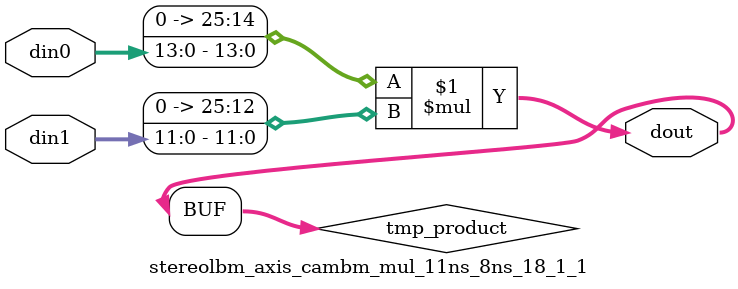
<source format=v>

`timescale 1 ns / 1 ps

  module stereolbm_axis_cambm_mul_11ns_8ns_18_1_1(din0, din1, dout);
parameter ID = 1;
parameter NUM_STAGE = 0;
parameter din0_WIDTH = 14;
parameter din1_WIDTH = 12;
parameter dout_WIDTH = 26;

input [din0_WIDTH - 1 : 0] din0; 
input [din1_WIDTH - 1 : 0] din1; 
output [dout_WIDTH - 1 : 0] dout;

wire signed [dout_WIDTH - 1 : 0] tmp_product;










assign tmp_product = $signed({1'b0, din0}) * $signed({1'b0, din1});











assign dout = tmp_product;







endmodule

</source>
